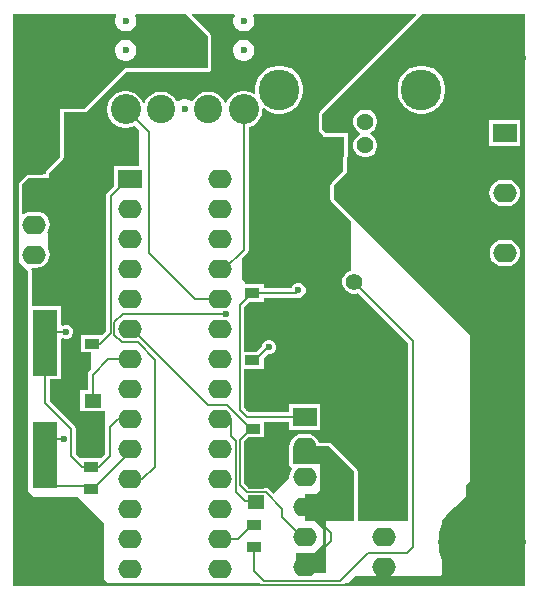
<source format=gtl>
G04*
G04 #@! TF.GenerationSoftware,Altium Limited,Altium Designer,23.4.1 (23)*
G04*
G04 Layer_Physical_Order=1*
G04 Layer_Color=255*
%FSLAX44Y44*%
%MOMM*%
G71*
G04*
G04 #@! TF.SameCoordinates,22DA07C4-7428-49AA-B022-60C06839F0DC*
G04*
G04*
G04 #@! TF.FilePolarity,Positive*
G04*
G01*
G75*
%ADD11C,0.2000*%
%ADD13R,1.4500X1.2000*%
%ADD14R,1.3000X0.9000*%
%ADD15R,0.9000X1.3000*%
%ADD16R,2.1000X5.6000*%
%ADD31C,1.4080*%
%ADD32O,2.0000X1.6000*%
%ADD33R,2.0000X1.6000*%
%ADD34C,3.4500*%
%ADD35C,1.4310*%
%ADD36R,1.4310X1.4310*%
%ADD37C,7.4000*%
%ADD38C,2.5500*%
%ADD39C,2.4000*%
%ADD40C,0.6000*%
G36*
X344501Y485827D02*
X262837Y404163D01*
X262174Y403171D01*
X261941Y402000D01*
X261941Y402000D01*
Y389000D01*
X262174Y387830D01*
X262837Y386837D01*
X262837Y386837D01*
X265782Y383892D01*
X266775Y383229D01*
X267945Y382996D01*
X267945Y382996D01*
X283396D01*
Y367248D01*
X283174Y366915D01*
X282941Y365745D01*
Y354267D01*
X272837Y344163D01*
X272174Y343171D01*
X271941Y342000D01*
X271941Y342000D01*
Y330000D01*
X271941Y330000D01*
X272174Y328829D01*
X272837Y327837D01*
X289000Y311674D01*
Y269840D01*
X288125Y269606D01*
X285835Y268284D01*
X283966Y266415D01*
X282644Y264125D01*
X281960Y261572D01*
Y258928D01*
X282644Y256375D01*
X283966Y254085D01*
X285835Y252216D01*
X288125Y250894D01*
X290678Y250210D01*
X293322D01*
X295649Y250834D01*
X337922Y208561D01*
Y58000D01*
X295059D01*
Y100000D01*
X294826Y101171D01*
X294163Y102163D01*
X273163Y123163D01*
X272171Y123826D01*
X271000Y124059D01*
X271000Y124059D01*
X262412D01*
X261609Y125997D01*
X259845Y128295D01*
X257548Y130058D01*
X254872Y131167D01*
X252000Y131545D01*
X248000D01*
X245128Y131167D01*
X242453Y130058D01*
X240155Y128295D01*
X238392Y125997D01*
X237283Y123322D01*
X237049Y121541D01*
X236941Y121000D01*
Y120724D01*
X236905Y120450D01*
X236941Y120176D01*
Y106000D01*
X237174Y104830D01*
X237837Y103837D01*
X238789Y103201D01*
X238833Y103165D01*
X239303Y101785D01*
X238392Y100597D01*
X237283Y97921D01*
X236905Y95050D01*
X237038Y94038D01*
X223864Y80864D01*
X219824Y84904D01*
X218501Y85788D01*
X216940Y86098D01*
X216940Y86098D01*
X202709D01*
X199078Y89729D01*
Y125060D01*
X202518Y128500D01*
X215750D01*
Y141772D01*
X237000D01*
Y134850D01*
X263000D01*
Y156850D01*
X237000D01*
Y149928D01*
X202839D01*
X199078Y153689D01*
Y186250D01*
X215250D01*
Y195482D01*
X218745Y198977D01*
X218762Y198970D01*
X221150D01*
X223355Y199883D01*
X225043Y201571D01*
X225956Y203776D01*
Y206164D01*
X225043Y208369D01*
X223355Y210057D01*
X221150Y210970D01*
X218762D01*
X216557Y210057D01*
X214869Y208369D01*
X213956Y206164D01*
Y205724D01*
X209482Y201250D01*
X199078D01*
Y238561D01*
X204017Y243500D01*
X215250D01*
Y246922D01*
X242872D01*
X242872Y246922D01*
X243489Y247044D01*
X243654Y246976D01*
X246042D01*
X248247Y247889D01*
X249935Y249577D01*
X250848Y251782D01*
Y254170D01*
X249935Y256375D01*
X248247Y258063D01*
X246042Y258976D01*
X243654D01*
X241449Y258063D01*
X239761Y256375D01*
X239224Y255078D01*
X215250D01*
Y258500D01*
X200159D01*
X199673Y259673D01*
X200000Y260000D01*
X197000Y263000D01*
Y280232D01*
X201384Y284616D01*
X201384Y284616D01*
X202268Y285939D01*
X202579Y287500D01*
Y391003D01*
X203094Y391105D01*
X205961Y392292D01*
X208540Y394016D01*
X210734Y396210D01*
X212458Y398789D01*
X213645Y401656D01*
X214250Y404698D01*
Y406916D01*
X215520Y407442D01*
X215692Y407271D01*
X219008Y405055D01*
X222693Y403528D01*
X226606Y402750D01*
X230595D01*
X234507Y403528D01*
X238192Y405055D01*
X241509Y407271D01*
X244329Y410091D01*
X246546Y413408D01*
X248072Y417093D01*
X248850Y421006D01*
Y424995D01*
X248072Y428907D01*
X246546Y432592D01*
X244329Y435909D01*
X241509Y438729D01*
X238192Y440945D01*
X234507Y442472D01*
X230595Y443250D01*
X226606D01*
X222693Y442472D01*
X219008Y440945D01*
X215692Y438729D01*
X212871Y435909D01*
X210655Y432592D01*
X209128Y428907D01*
X208350Y424995D01*
Y421006D01*
X208549Y420005D01*
X207406Y419241D01*
X205961Y420207D01*
X203094Y421395D01*
X200051Y422000D01*
X196949D01*
X193906Y421395D01*
X191040Y420207D01*
X188460Y418484D01*
X186266Y416290D01*
X184543Y413710D01*
X183782Y411873D01*
X182407Y411873D01*
X181793Y413355D01*
X180151Y415812D01*
X178062Y417901D01*
X175605Y419543D01*
X172875Y420673D01*
X169977Y421250D01*
X167023D01*
X164125Y420673D01*
X161395Y419543D01*
X158938Y417901D01*
X156849Y415812D01*
X155492Y413782D01*
X154171Y413480D01*
X153902Y413523D01*
X151974Y414636D01*
X149685Y415250D01*
X147315D01*
X145026Y414636D01*
X143098Y413523D01*
X142829Y413480D01*
X141508Y413782D01*
X140152Y415812D01*
X138062Y417901D01*
X135605Y419543D01*
X132876Y420673D01*
X129978Y421250D01*
X127023D01*
X124125Y420673D01*
X121395Y419543D01*
X118938Y417901D01*
X116849Y415812D01*
X115207Y413355D01*
X114593Y411872D01*
X113219D01*
X112457Y413710D01*
X110734Y416290D01*
X108540Y418484D01*
X105960Y420207D01*
X103094Y421395D01*
X100051Y422000D01*
X96949D01*
X93906Y421395D01*
X91039Y420207D01*
X88460Y418484D01*
X86266Y416290D01*
X84542Y413710D01*
X83355Y410844D01*
X82750Y407801D01*
Y404698D01*
X83355Y401656D01*
X84542Y398789D01*
X86266Y396210D01*
X88460Y394016D01*
X91039Y392292D01*
X93906Y391105D01*
X96949Y390500D01*
X100051D01*
X103094Y391105D01*
X105960Y392292D01*
X106397Y392584D01*
X110000Y388982D01*
Y358200D01*
X89000D01*
Y341596D01*
X82846Y335442D01*
X81962Y334119D01*
X81652Y332558D01*
X81652Y332558D01*
Y218483D01*
X78668Y215500D01*
X60750D01*
Y200500D01*
X69000D01*
Y186010D01*
X67616Y184625D01*
X66732Y183302D01*
X66421Y181742D01*
X66421Y181742D01*
Y168750D01*
X60250D01*
Y150750D01*
X80750D01*
X81000Y149584D01*
Y114454D01*
X77546Y111000D01*
X59750D01*
X59750Y111000D01*
Y111000D01*
X58839Y111759D01*
X56140Y114457D01*
Y135938D01*
X56140Y135938D01*
X55830Y137499D01*
X54946Y138822D01*
X34578Y159189D01*
Y177750D01*
X44000D01*
Y212031D01*
X45270Y212665D01*
X47059Y211924D01*
X49446D01*
X51651Y212837D01*
X53339Y214525D01*
X54252Y216730D01*
Y219118D01*
X53339Y221323D01*
X51651Y223011D01*
X49446Y223924D01*
X47059D01*
X45270Y223183D01*
X44000Y223817D01*
Y239750D01*
X19059D01*
Y269118D01*
X19059Y269118D01*
X18826Y270288D01*
X18417Y270901D01*
X18931Y271963D01*
X19091Y272105D01*
X23000D01*
X25871Y272483D01*
X28547Y273591D01*
X30845Y275355D01*
X32608Y277652D01*
X33717Y280328D01*
X34095Y283200D01*
X33717Y286071D01*
X32608Y288747D01*
X32471Y288927D01*
X33000Y290000D01*
X33000D01*
Y301000D01*
X32469D01*
X31907Y302139D01*
X32608Y303053D01*
X33717Y305728D01*
X34095Y308600D01*
X33717Y311472D01*
X32608Y314147D01*
X30845Y316445D01*
X28547Y318208D01*
X25871Y319317D01*
X23000Y319695D01*
X19000D01*
X16128Y319317D01*
X13452Y318208D01*
X12329Y317346D01*
X11059Y317973D01*
Y333278D01*
X11019Y333475D01*
X11033Y333677D01*
X10990Y334000D01*
X11033Y334323D01*
X11019Y334524D01*
X11059Y334722D01*
Y342733D01*
X16267Y347941D01*
X28000D01*
X28000Y347941D01*
X29171Y348174D01*
X29509Y348400D01*
X34000D01*
Y352674D01*
X45163Y363837D01*
X45826Y364829D01*
X46059Y366000D01*
X46059Y366000D01*
Y403941D01*
X64000D01*
X65170Y404174D01*
X66163Y404837D01*
X66163Y404837D01*
X99267Y437941D01*
X168000D01*
X169170Y438174D01*
X170163Y438837D01*
X170826Y439829D01*
X171059Y441000D01*
Y468000D01*
X171059Y468000D01*
X170826Y469170D01*
X170163Y470163D01*
X170163Y470163D01*
X154499Y485827D01*
X154985Y487000D01*
X189961D01*
X190694Y485730D01*
X190114Y484724D01*
X189500Y482435D01*
Y480065D01*
X190114Y477776D01*
X191298Y475724D01*
X192974Y474048D01*
X195026Y472863D01*
X197315Y472250D01*
X199685D01*
X201974Y472863D01*
X204026Y474048D01*
X205702Y475724D01*
X206887Y477776D01*
X207500Y480065D01*
Y482435D01*
X206887Y484724D01*
X206306Y485730D01*
X207039Y487000D01*
X344015D01*
X344501Y485827D01*
D02*
G37*
G36*
X168000Y468000D02*
Y441000D01*
X98000D01*
X64000Y407000D01*
X43000D01*
Y366000D01*
X28000Y351000D01*
X15000D01*
X8000Y344000D01*
Y334722D01*
X7905Y334000D01*
X8000Y333278D01*
Y309322D01*
X7905Y308600D01*
X8000Y307878D01*
Y283922D01*
X7905Y283200D01*
X8000Y282478D01*
Y277118D01*
X16000Y269118D01*
Y83000D01*
X21000Y78000D01*
X58000D01*
X80000Y56000D01*
Y9000D01*
X84000Y5000D01*
X212101D01*
X212789Y4206D01*
X212373Y3000D01*
X3000D01*
Y487000D01*
X89961D01*
X90694Y485730D01*
X90113Y484724D01*
X89500Y482435D01*
Y480065D01*
X90113Y477776D01*
X91298Y475724D01*
X92974Y474048D01*
X95026Y472863D01*
X97315Y472250D01*
X99685D01*
X101974Y472863D01*
X104026Y474048D01*
X105702Y475724D01*
X106887Y477776D01*
X107500Y480065D01*
Y482435D01*
X106887Y484724D01*
X106306Y485730D01*
X107039Y487000D01*
X149000D01*
X168000Y468000D01*
D02*
G37*
G36*
X292000Y100000D02*
Y58000D01*
X268000D01*
Y14000D01*
X243000D01*
Y31000D01*
X259000D01*
X266000Y38000D01*
Y51000D01*
X259000Y58000D01*
X250000D01*
Y81000D01*
X263000D01*
Y94328D01*
X263095Y95050D01*
X263000Y95772D01*
Y106000D01*
X253101D01*
X252000Y106145D01*
X248000D01*
X246900Y106000D01*
X240000D01*
Y121000D01*
X271000D01*
X292000Y100000D01*
D02*
G37*
G36*
X437000Y3000D02*
X283627D01*
X283211Y4206D01*
X283899Y5000D01*
X287000D01*
X293000Y11000D01*
X365000D01*
X366000Y12000D01*
Y58000D01*
X387000Y79000D01*
Y88000D01*
X390000Y91000D01*
Y215000D01*
X390000D01*
X275000Y330000D01*
Y342000D01*
X286000Y353000D01*
Y365745D01*
X286455D01*
Y386055D01*
X267945D01*
X265000Y389000D01*
Y402000D01*
X350000Y487000D01*
X437000D01*
Y3000D01*
D02*
G37*
%LPC*%
G36*
X199685Y465250D02*
X197315D01*
X195026Y464637D01*
X192974Y463452D01*
X191298Y461776D01*
X190114Y459724D01*
X189500Y457435D01*
Y455065D01*
X190114Y452776D01*
X191298Y450724D01*
X192974Y449048D01*
X195026Y447864D01*
X197315Y447250D01*
X199685D01*
X201974Y447864D01*
X204026Y449048D01*
X205702Y450724D01*
X206887Y452776D01*
X207500Y455065D01*
Y457435D01*
X206887Y459724D01*
X205702Y461776D01*
X204026Y463452D01*
X201974Y464637D01*
X199685Y465250D01*
D02*
G37*
G36*
X99685D02*
X97315D01*
X95026Y464637D01*
X92974Y463452D01*
X91298Y461776D01*
X90113Y459724D01*
X89500Y457435D01*
Y455065D01*
X90113Y452776D01*
X91298Y450724D01*
X92974Y449048D01*
X95026Y447864D01*
X97315Y447250D01*
X99685D01*
X101974Y447864D01*
X104026Y449048D01*
X105702Y450724D01*
X106887Y452776D01*
X107500Y455065D01*
Y457435D01*
X106887Y459724D01*
X105702Y461776D01*
X104026Y463452D01*
X101974Y464637D01*
X99685Y465250D01*
D02*
G37*
G36*
X350995Y443250D02*
X347006D01*
X343093Y442472D01*
X339408Y440945D01*
X336092Y438729D01*
X333271Y435909D01*
X331055Y432592D01*
X329528Y428907D01*
X328750Y424995D01*
Y421006D01*
X329528Y417093D01*
X331055Y413408D01*
X333271Y410091D01*
X336092Y407271D01*
X339408Y405055D01*
X343093Y403528D01*
X347006Y402750D01*
X350995D01*
X354907Y403528D01*
X358592Y405055D01*
X361909Y407271D01*
X364729Y410091D01*
X366945Y413408D01*
X368472Y417093D01*
X369250Y421006D01*
Y424995D01*
X368472Y428907D01*
X366945Y432592D01*
X364729Y435909D01*
X361909Y438729D01*
X358592Y440945D01*
X354907Y442472D01*
X350995Y443250D01*
D02*
G37*
G36*
X432500Y397300D02*
X406500D01*
Y375300D01*
X432500D01*
Y397300D01*
D02*
G37*
G36*
X302637Y406055D02*
X299963D01*
X297380Y405363D01*
X295065Y404026D01*
X293174Y402135D01*
X291837Y399819D01*
X291145Y397237D01*
Y394563D01*
X291837Y391980D01*
X293174Y389664D01*
X295065Y387774D01*
X297096Y386601D01*
X297226Y386034D01*
Y385766D01*
X297096Y385198D01*
X295065Y384026D01*
X293174Y382135D01*
X291837Y379819D01*
X291145Y377237D01*
Y374563D01*
X291837Y371980D01*
X293174Y369664D01*
X295065Y367774D01*
X297380Y366437D01*
X299963Y365745D01*
X302637D01*
X305220Y366437D01*
X307535Y367774D01*
X309426Y369664D01*
X310763Y371980D01*
X311455Y374563D01*
Y377237D01*
X310763Y379819D01*
X309426Y382135D01*
X307535Y384026D01*
X305504Y385198D01*
X305374Y385766D01*
Y386034D01*
X305504Y386601D01*
X307535Y387774D01*
X309426Y389664D01*
X310763Y391980D01*
X311455Y394563D01*
Y397237D01*
X310763Y399819D01*
X309426Y402135D01*
X307535Y404026D01*
X305220Y405363D01*
X302637Y406055D01*
D02*
G37*
G36*
X421500Y346595D02*
X417500D01*
X414628Y346217D01*
X411953Y345109D01*
X409655Y343345D01*
X407891Y341048D01*
X406783Y338372D01*
X406405Y335500D01*
X406783Y332629D01*
X407891Y329953D01*
X409655Y327655D01*
X411953Y325892D01*
X414628Y324783D01*
X417500Y324405D01*
X421500D01*
X424371Y324783D01*
X427047Y325892D01*
X429345Y327655D01*
X431108Y329953D01*
X432217Y332629D01*
X432595Y335500D01*
X432217Y338372D01*
X431108Y341048D01*
X429345Y343345D01*
X427047Y345109D01*
X424371Y346217D01*
X421500Y346595D01*
D02*
G37*
G36*
Y295795D02*
X417500D01*
X414628Y295417D01*
X411953Y294309D01*
X409655Y292545D01*
X407891Y290248D01*
X406783Y287572D01*
X406405Y284700D01*
X406783Y281828D01*
X407891Y279153D01*
X409655Y276855D01*
X411953Y275092D01*
X414628Y273983D01*
X417500Y273605D01*
X421500D01*
X424371Y273983D01*
X427047Y275092D01*
X429345Y276855D01*
X431108Y279153D01*
X432217Y281828D01*
X432595Y284700D01*
X432217Y287572D01*
X431108Y290248D01*
X429345Y292545D01*
X427047Y294309D01*
X424371Y295417D01*
X421500Y295795D01*
D02*
G37*
%LPD*%
D11*
X76000Y4000D02*
X304000D01*
X40000Y40000D02*
X76000Y4000D01*
X304000D02*
X317000Y17000D01*
X207500Y15500D02*
X215730Y7270D01*
X280270D01*
X304000Y31000D01*
X30500Y217924D02*
X48252D01*
X30500Y208750D02*
Y217924D01*
Y157500D02*
Y208750D01*
X52062Y112768D02*
Y135938D01*
X30500Y157500D02*
X52062Y135938D01*
X30500Y113750D02*
Y126992D01*
Y96500D02*
Y113750D01*
Y126992D02*
X46728D01*
X250000Y69650D02*
X272000Y47650D01*
X250000Y18850D02*
X272000Y40850D01*
Y47650D01*
X178200Y42400D02*
X193400D01*
X205500Y54500D01*
X207500D01*
X5000Y353740D02*
X10660Y359400D01*
X5000Y75000D02*
X40000Y40000D01*
X5000Y75000D02*
Y353740D01*
X406000Y272800D02*
X419500Y259300D01*
X406000Y296600D02*
X419500Y310100D01*
X406000Y272800D02*
Y296600D01*
X434000Y324600D02*
Y346400D01*
X419500Y310100D02*
X434000Y324600D01*
X419500Y360900D02*
X434000Y346400D01*
X40000Y450000D02*
X58569D01*
X77569Y469000D01*
X135750D02*
X148500Y456250D01*
X77569Y469000D02*
X135750D01*
X400000Y366276D02*
Y450000D01*
Y40000D02*
Y366276D01*
X317000Y17000D02*
Y18600D01*
X205750Y193750D02*
X207750D01*
X218970Y204970D01*
X219956D01*
X108575Y209000D02*
X123436Y194139D01*
X89000Y215022D02*
X95022Y209000D01*
X108575D01*
X89000Y225906D02*
X96004Y232910D01*
X89000Y215022D02*
Y225906D01*
X76936Y208000D02*
X85730Y216794D01*
Y332558D01*
X93871Y340700D01*
X100371Y347200D01*
X102000D01*
X178200Y271000D02*
X182000D01*
X198500Y287500D02*
Y406250D01*
X182000Y271000D02*
X198500Y287500D01*
X98500Y406250D02*
X118000Y386750D01*
Y284574D02*
X156974Y245600D01*
X118000Y284574D02*
Y386750D01*
X66750Y87000D02*
X69250Y84500D01*
X40000Y87000D02*
X66750D01*
X30500Y96500D02*
X40000Y87000D01*
X191730Y82270D02*
Y125270D01*
X208172Y74328D02*
X208750Y73750D01*
X191730Y82270D02*
X199672Y74328D01*
X208172D01*
X195000Y88040D02*
X201020Y82020D01*
X195000Y88040D02*
Y126750D01*
X201020Y82020D02*
X216940D01*
X187444Y129556D02*
Y144000D01*
Y129556D02*
X191730Y125270D01*
X195000Y126750D02*
X204250Y136000D01*
X104000Y220200D02*
X168200Y156000D01*
X184250D02*
X204250Y136000D01*
X168200Y156000D02*
X184250D01*
X102000Y220200D02*
X104000D01*
X204250Y136000D02*
X206250D01*
X123436Y103868D02*
Y194139D01*
X216940Y82020D02*
X231131Y67829D01*
Y61119D02*
Y67829D01*
X248000Y44250D02*
X250000D01*
X231131Y61119D02*
X248000Y44250D01*
X207500Y15500D02*
Y35500D01*
X337000Y31000D02*
X342000Y36000D01*
X304000Y31000D02*
X337000D01*
X292000Y260250D02*
X342000Y210250D01*
Y36000D02*
Y210250D01*
X195000Y152000D02*
X201150Y145850D01*
X250000D01*
X195000Y152000D02*
Y240250D01*
X205750Y251000D01*
X205986D01*
X242872D01*
X100068Y113964D02*
Y118600D01*
X96004Y232910D02*
X183634D01*
X112768Y93200D02*
X123436Y103868D01*
X102000Y93200D02*
X112768D01*
X37500Y375900D02*
Y393000D01*
X21000Y359400D02*
X37500Y375900D01*
X10660Y359400D02*
X21000D01*
X242872Y251000D02*
X244848Y252976D01*
X61330Y103500D02*
X69250D01*
X52062Y112768D02*
X61330Y103500D01*
X178200Y144000D02*
X187444D01*
X70500Y159750D02*
Y181742D01*
X83558Y194800D01*
X102000D01*
X100068Y118600D02*
X102000D01*
X70604Y84500D02*
X100068Y113964D01*
X69250Y84500D02*
X70604D01*
X91930Y144000D02*
X102000D01*
X85082Y137152D02*
X91930Y144000D01*
X85082Y112768D02*
Y137152D01*
X75814Y103500D02*
X85082Y112768D01*
X69250Y103500D02*
X75814D01*
X156974Y245600D02*
X178200D01*
X70250Y208000D02*
X76936D01*
X400000Y366276D02*
X405376Y360900D01*
X419500D01*
X250000Y69650D02*
X265540Y85190D01*
Y104910D01*
X250000Y120450D02*
X265540Y104910D01*
X40000Y422608D02*
Y450000D01*
X37500Y420108D02*
X40000Y422608D01*
X37500Y393000D02*
Y420108D01*
D13*
X208750Y90750D02*
D03*
Y73750D02*
D03*
X70500Y142750D02*
D03*
Y159750D02*
D03*
D14*
X205750Y270000D02*
D03*
Y251000D02*
D03*
Y212750D02*
D03*
Y193750D02*
D03*
X206250Y155000D02*
D03*
Y136000D02*
D03*
X207500Y54500D02*
D03*
Y35500D02*
D03*
X70250Y227000D02*
D03*
Y208000D02*
D03*
X69250Y103500D02*
D03*
Y84500D02*
D03*
D15*
X37500Y393000D02*
D03*
X56500D02*
D03*
D16*
X30500Y208750D02*
D03*
Y113750D02*
D03*
D31*
X292000Y336250D02*
D03*
Y260250D02*
D03*
D32*
X178200Y17000D02*
D03*
Y42400D02*
D03*
Y67800D02*
D03*
Y93200D02*
D03*
Y118600D02*
D03*
Y144000D02*
D03*
Y169400D02*
D03*
Y194800D02*
D03*
Y220200D02*
D03*
Y245600D02*
D03*
Y271000D02*
D03*
Y296400D02*
D03*
Y321800D02*
D03*
Y347200D02*
D03*
X102000Y17000D02*
D03*
Y42400D02*
D03*
Y67800D02*
D03*
Y93200D02*
D03*
Y118600D02*
D03*
Y144000D02*
D03*
Y169400D02*
D03*
Y194800D02*
D03*
Y220200D02*
D03*
Y245600D02*
D03*
Y271000D02*
D03*
Y296400D02*
D03*
Y321800D02*
D03*
X419500Y360900D02*
D03*
Y335500D02*
D03*
Y310100D02*
D03*
Y284700D02*
D03*
Y259300D02*
D03*
X250000Y120450D02*
D03*
Y95050D02*
D03*
Y69650D02*
D03*
Y44250D02*
D03*
Y18850D02*
D03*
X317000Y44000D02*
D03*
Y18600D02*
D03*
X21000Y283200D02*
D03*
Y308600D02*
D03*
Y334000D02*
D03*
D33*
X102000Y347200D02*
D03*
X419500Y386300D02*
D03*
X250000Y145850D02*
D03*
X317000Y69400D02*
D03*
X21000Y359400D02*
D03*
D34*
X349000Y423000D02*
D03*
X228600D02*
D03*
D35*
X276300Y395900D02*
D03*
X301300D02*
D03*
Y375900D02*
D03*
D36*
X276300D02*
D03*
D37*
X400000Y450000D02*
D03*
X40000Y40000D02*
D03*
X400000D02*
D03*
X40000Y450000D02*
D03*
D38*
X148500Y456250D02*
D03*
X98500Y406250D02*
D03*
X198500D02*
D03*
D39*
X128500D02*
D03*
X168500D02*
D03*
D40*
X198500Y481250D02*
D03*
Y456250D02*
D03*
X148500Y406250D02*
D03*
X98500Y481250D02*
D03*
Y456250D02*
D03*
X48252Y217924D02*
D03*
X183634Y232910D02*
D03*
X244848Y252976D02*
D03*
X219956Y204970D02*
D03*
X46728Y126992D02*
D03*
M02*

</source>
